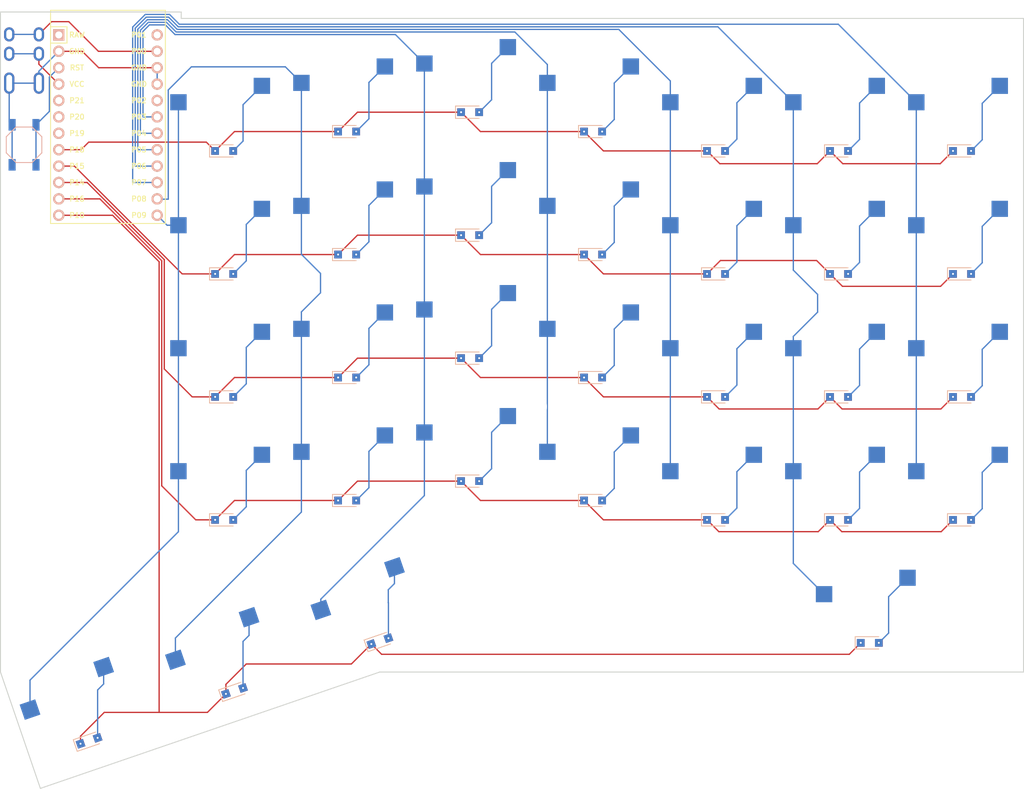
<source format=kicad_pcb>
(kicad_pcb (version 20240108) (generator "pcbnew") (generator_version "8.0")
  (title_block (title "right") (date "2024-06-05") (rev "v1.0.0") (company "Unknown"))
  (layers (0 "F.Cu" signal) (31 "B.Cu" signal) (34 "B.Paste" user) (35 "F.Paste" user) (36 "B.SilkS" user "B.Silkscreen") (37 "F.SilkS" user "F.Silkscreen") (38 "B.Mask" user) (39 "F.Mask" user) (44 "Edge.Cuts" user))
  (net 0 "")
  (net 1 "mirror_one_bottom")
  (net 2 "P16")
  (net 3 "mirror_one_home")
  (net 4 "P14")
  (net 5 "mirror_one_top")
  (net 6 "P15")
  (net 7 "mirror_one_number")
  (net 8 "P18")
  (net 9 "mirror_two_bottom")
  (net 10 "mirror_two_home")
  (net 11 "mirror_two_top")
  (net 12 "mirror_two_number")
  (net 13 "mirror_three_bottom")
  (net 14 "mirror_three_home")
  (net 15 "mirror_three_top")
  (net 16 "mirror_three_number")
  (net 17 "mirror_four_bottom")
  (net 18 "mirror_four_home")
  (net 19 "mirror_four_top")
  (net 20 "mirror_four_number")
  (net 21 "mirror_five_bottom")
  (net 22 "mirror_five_home")
  (net 23 "mirror_five_top")
  (net 24 "mirror_five_number")
  (net 25 "dash_meta")
  (net 26 "P10")
  (net 27 "dash_bottom")
  (net 28 "dash_home")
  (net 29 "dash_top")
  (net 30 "dash_number")
  (net 31 "equal_bottom")
  (net 32 "equal_home")
  (net 33 "equal_top")
  (net 34 "equal_number")
  (net 35 "mirror_three_meta")
  (net 36 "mirror_four_meta")
  (net 37 "mirror_five_meta")
  (net 38 "P5")
  (net 39 "P4")
  (net 40 "P3")
  (net 41 "P8")
  (net 42 "P9")
  (net 43 "P6")
  (net 44 "P7")
  (net 45 "RAW")
  (net 46 "GND")
  (net 47 "RST")
  (net 48 "VCC")
  (net 49 "P21")
  (net 50 "P20")
  (net 51 "P19")
  (net 52 "P1")
  (net 53 "P0")
  (net 54 "P2")
  (footprint "E73:SW_TACT_ALPS_SKQGABE010" (layer "F.Cu") (at 228.075 119.575 90)
    (property "Reference" "B1" (hide yes))
    (property "Value" "" (hide yes))
  )
  (footprint "Diode_SMD:Nexperia_CFP3_SOD-123W" (layer "F.Cu") (at 297.175 152.625)
    (property "Reference" "D10" (hide yes))
    (property "Value" "Nexperia_CFP3_SOD-123W" (hide yes))
  )
  (footprint "Diode_SMD:Nexperia_CFP3_SOD-123W" (layer "F.Cu") (at 335.275 120.525)
    (property "Reference" "D4" (hide yes))
    (property "Value" "Nexperia_CFP3_SOD-123W" (hide yes))
  )
  (footprint "Diode_SMD:Nexperia_CFP3_SOD-123W" (layer "F.Cu") (at 373.375 177.675)
    (property "Reference" "D26" (hide yes))
    (property "Value" "Nexperia_CFP3_SOD-123W" (hide yes))
  )
  (footprint "MX" (layer "F.Cu") (at 354.325 172.675)
    (property "Reference" "S22" (hide yes))
    (property "Value" "" (hide yes))
  )
  (footprint "Diode_SMD:Nexperia_CFP3_SOD-123W" (layer "F.Cu") (at 297.175 133.575)
    (property "Reference" "D11" (hide yes))
    (property "Value" "Nexperia_CFP3_SOD-123W" (hide yes))
  )
  (footprint "Diode_SMD:Nexperia_CFP3_SOD-123W" (layer "F.Cu") (at 278.125 174.675)
    (property "Reference" "D13" (hide yes))
    (property "Value" "Nexperia_CFP3_SOD-123W" (hide yes))
  )
  (footprint "ceoloide:mounting_hole_npth" (layer "F.Cu") (at 269.225 141.1)
    (property "Reference" "MH1" (hide yes))
    (property "Value" "")
  )
  (footprint "MX" (layer "F.Cu") (at 316.225 150.625)
    (property "Reference" "S6" (hide yes))
    (property "Value" "" (hide yes))
  )
  (footprint "MX" (layer "F.Cu") (at 297.175 128.575)
    (property "Reference" "S11" (hide yes))
    (property "Value" "" (hide yes))
  )
  (footprint "Diode_SMD:Nexperia_CFP3_SOD-123W" (layer "F.Cu") (at 297.175 171.675)
    (property "Reference" "D9" (hide yes))
    (property "Value" "Nexperia_CFP3_SOD-123W" (hide yes))
  )
  (footprint "Diode_SMD:Nexperia_CFP3_SOD-123W" (layer "F.Cu") (at 335.275 177.675)
    (property "Reference" "D1" (hide yes))
    (property "Value" "Nexperia_CFP3_SOD-123W" (hide yes))
  )
  (footprint "MX" (layer "F.Cu") (at 316.225 112.525)
    (property "Reference" "S8" (hide yes))
    (property "Value" "" (hide yes))
  )
  (footprint "MX" (layer "F.Cu") (at 359.0875 191.725)
    (property "Reference" "S21" (hide yes))
    (property "Value" "" (hide yes))
  )
  (footprint "MX" (layer "F.Cu") (at 373.375 134.575)
    (property "Reference" "S28" (hide yes))
    (property "Value" "" (hide yes))
  )
  (footprint "MX" (layer "F.Cu") (at 278.125 131.575)
    (property "Reference" "S15" (hide yes))
    (property "Value" "" (hide yes))
  )
  (footprint "MX" (layer "F.Cu") (at 259.075 153.625)
    (property "Reference" "S18" (hide yes))
    (property "Value" "" (hide yes))
  )
  (footprint "Diode_SMD:Nexperia_CFP3_SOD-123W" (layer "F.Cu") (at 278.125 136.575)
    (property "Reference" "D15" (hide yes))
    (property "Value" "Nexperia_CFP3_SOD-123W" (hide yes))
  )
  (footprint "MX" (layer "F.Cu") (at 335.275 134.575)
    (property "Reference" "S3" (hide yes))
    (property "Value" "" (hide yes))
  )
  (footprint "MX" (layer "F.Cu") (at 259.04971 199.448113 18.925)
    (property "Reference" "S31" (hide yes))
    (property "Value" "" (hide yes))
  )
  (footprint "MX" (layer "F.Cu") (at 316.225 131.575)
    (property "Reference" "S7" (hide yes))
    (property "Value" "" (hide yes))
  )
  (footprint "Diode_SMD:Nexperia_CFP3_SOD-123W" (layer "F.Cu") (at 359.0875 196.725)
    (property "Reference" "D21" (hide yes))
    (property "Value" "Nexperia_CFP3_SOD-123W" (hide yes))
  )
  (footprint "MX" (layer "F.Cu") (at 373.375 153.625)
    (property "Reference" "S27" (hide yes))
    (property "Value" "" (hide yes))
  )
  (footprint "MX" (layer "F.Cu") (at 278.125 112.525)
    (property "Reference" "S16" (hide yes))
    (property "Value" "" (hide yes))
  )
  (footprint "MX" (layer "F.Cu") (at 354.325 153.625)
    (property "Reference" "S23" (hide yes))
    (property "Value" "" (hide yes))
  )
  (footprint "ceoloide:mounting_hole_npth" (layer "F.Cu") (at 307.325 160.15)
    (property "Reference" "MH2" (hide yes))
    (property "Value" "")
  )
  (footprint "Diode_SMD:Nexperia_CFP3_SOD-123W" (layer "F.Cu") (at 278.125 155.625)
    (property "Reference" "D14" (hide yes))
    (property "Value" "Nexperia_CFP3_SOD-123W" (hide yes))
  )
  (footprint "MX" (layer "F.Cu") (at 373.375 115.525)
    (property "Reference" "S29" (hide yes))
    (property "Value" "" (hide yes))
  )
  (footprint "MX" (layer "F.Cu") (at 297.175 147.625)
    (property "Reference" "S10" (hide yes))
    (property "Value" "" (hide yes))
  )
  (footprint "Diode_SMD:Nexperia_CFP3_SOD-123W" (layer "F.Cu") (at 354.325 139.575)
    (property "Reference" "D24" (hide yes))
    (property "Value" "Nexperia_CFP3_SOD-123W" (hide yes))
  )
  (footprint "Diode_SMD:Nexperia_CFP3_SOD-123W" (layer "F.Cu") (at 316.225 155.625)
    (property "Reference" "D6" (hide yes))
    (property "Value" "Nexperia_CFP3_SOD-123W" (hide yes))
  )
  (footprint "Diode_SMD:Nexperia_CFP3_SOD-123W" (layer "F.Cu") (at 354.325 158.625)
    (property "Reference" "D23" (hide yes))
    (property "Value" "Nexperia_CFP3_SOD-123W" (hide yes))
  )
  (footprint "MX" (layer "F.Cu") (at 259.075 115.525)
    (property "Reference" "S20" (hide yes))
    (property "Value" "" (hide yes))
  )
  (footprint "MX" (layer "F.Cu") (at 335.275 153.625)
    (property "Reference" "S2" (hide yes))
    (property "Value" "" (hide yes))
  )
  (footprint "Diode_SMD:Nexperia_CFP3_SOD-123W" (layer "F.Cu") (at 297.175 114.525)
    (property "Reference" "D12" (hide yes))
    (property "Value" "Nexperia_CFP3_SOD-123W" (hide yes))
  )
  (footprint "MX" (layer "F.Cu") (at 281.575 191.725 18.925)
    (property "Reference" "S30" (hide yes))
    (property "Value" "" (hide yes))
  )
  (footprint "MX" (layer "F.Cu") (at 259.075 172.675)
    (property "Reference" "S17" (hide yes))
    (property "Value" "" (hide yes))
  )
  (footprint "MX" (layer "F.Cu") (at 335.275 172.675)
    (property "Reference" "S1" (hide yes))
    (property "Value" "" (hide yes))
  )
  (footprint "MX" (layer "F.Cu") (at 278.125 169.675)
    (property "Reference" "S13" (hide yes))
    (property "Value" "" (hide yes))
  )
  (footprint "Diode_SMD:Nexperia_CFP3_SOD-123W" (layer "F.Cu") (at 259.075 158.625)
    (property "Reference" "D18" (hide yes))
    (property "Value" "Nexperia_CFP3_SOD-123W" (hide yes))
  )
  (footprint "MX" (layer "F.Cu") (at 335.275 115.525)
    (property "Reference" "S4" (hide yes))
    (property "Value" "" (hide yes))
  )
  (footprint "Diode_SMD:Nexperia_CFP3_SOD-123W" (layer "F.Cu") (at 278.125 117.525)
    (property "Reference" "D16" (hide yes))
    (property "Value" "Nexperia_CFP3_SOD-123W" (hide yes))
  )
  (footprint "Diode_SMD:Nexperia_CFP3_SOD-123W" (layer "F.Cu") (at 354.325 120.525)
    (property "Reference" "D25" (hide yes))
    (property "Value" "Nexperia_CFP3_SOD-123W" (hide yes))
  )
  (footprint "Diode_SMD:Nexperia_CFP3_SOD-123W" (layer "F.Cu") (at 316.225 136.575)
    (property "Reference" "D7" (hide yes))
    (property "Value" "Nexperia_CFP3_SOD-123W" (hide yes))
  )
  (footprint "Diode_SMD:Nexperia_CFP3_SOD-123W" (layer "F.Cu") (at 260.671361 204.177833 18.925)
    (property "Reference" "D31" (hide yes))
    (property "Value" "Nexperia_CFP3_SOD-123W" (hide yes))
  )
  (footprint "Diode_SMD:Nexperia_CFP3_SOD-123W" (layer "F.Cu") (at 316.225 117.525)
    (property "Reference" "D8" (hide yes))
    (property "Value" "Nexperia_CFP3_SOD-123W" (hide yes))
  )
  (footprint "Diode_SMD:Nexperia_CFP3_SOD-123W" (layer "F.Cu") (at 373.375 120.525)
    (property "Reference" "D29" (hide yes))
    (property "Value" "Nexperia_CFP3_SOD-123W" (hide yes))
  )
  (footprint "Diode_SMD:Nexperia_CFP3_SOD-123W" (layer "F.Cu") (at 259.075 177.675)
    (property "Reference" "D17" (hide yes))
    (property "Value" "Nexperia_CFP3_SOD-123W" (hide yes))
  )
  (footprint "MX" (layer "F.Cu") (at 373.375 172.675)
    (property "Reference" "S26" (hide yes))
    (property "Value" "" (hide yes))
  )
  (footprint "Diode_SMD:Nexperia_CFP3_SOD-123W" (layer "F.Cu") (at 335.275 158.625)
    (property "Reference" "D2" (hide yes))
    (property "Value" "Nexperia_CFP3_SOD-123W" (hide yes))
  )
  (footprint "Diode_SMD:Nexperia_CFP3_SOD-123W" (layer "F.Cu") (at 238.146071 211.900945 18.925)
    (property "Reference" "D32" (hide yes))
    (property "Value" "Nexperia_CFP3_SOD-123W" (hide yes))
  )
  (footprint "MX" (layer "F.Cu") (at 236.52442 207.171226 18.925)
    (property "Reference" "S32" (hide yes))
    (property "Value" "" (hide yes))
  )
  (footprint "Diode_SMD:Nexperia_CFP3_SOD-123W" (layer "F.Cu") (at 259.075 120.525)
    (property "Reference" "D20" (hide yes))
    (property "Value" "Nexperia_CFP3_SOD-123W" (hide yes))
  )
  (footprint "MX" (layer "F.Cu") (at 354.325 134.575)
    (property "Reference" "S24" (hide yes))
    (property "Value" "" (hide yes))
  )
  (footprint "MX" (layer "F.Cu") (at 297.175 166.675)
    (property "Reference" "S9" (hide yes))
    (property "Value" "" (hide yes))
  )
  (footprint "MX" (layer "F.Cu") (at 354.325 115.525)
    (property "Reference" "S25" (hide yes))
    (property "Value" "" (hide yes))
  )
  (footprint "ceoloide:mounting_hole_npth" (layer "F.Cu") (at 344.775 144.1)
    (property "Reference" "MH3" (hide yes))
    (property "Value" "")
  )
  (footprint "ProMicro" (layer "F.Cu") (at 241.075 116.525 -90)
    (property "Reference" "MCU1" (hide yes))
    (property "Value" "" (hide yes))
  )
  (footprint "Diode_SMD:Nexperia_CFP3_SOD-123W" (layer "F.Cu") (at 283.196651 196.45472 18.925)
    (property "Reference" "D30" (hide yes))
    (property "Value" "Nexperia_CFP3_SOD-123W" (hide yes))
  )
  (footprint "MX" (layer "F.Cu") (at 278.125 150.625)
    (property "Reference" "S14" (hide yes))
    (property "Value" "" (hide yes))
  )
  (footprint "MX" (layer "F.Cu") (at 259.075 134.575)
    (property "Reference" "S19" (hide yes))
    (property "Value" "" (hide yes))
  )
  (footprint "Diode_SMD:Nexperia_CFP3_SOD-123W" (layer "F.Cu") (at 259.075 139.575)
    (property "Reference" "D19" (hide yes))
    (property "Value" "Nexperia_CFP3_SOD-123W" (hide yes))
  )
  (footprint "Diode_SMD:Nexperia_CFP3_SOD-123W" (layer "F.Cu") (at 316.225 174.675)
    (property "Reference" "D5" (hide yes))
    (property "Value" "Nexperia_CFP3_SOD-123W" (hide yes))
  )
  (footprint "Diode_SMD:Nexperia_CFP3_SOD-123W" (layer "F.Cu") (at 335.275 139.575)
    (property "Reference" "D3" (hide yes))
    (property "Value" "Nexperia_CFP3_SOD-123W" (hide yes))
  )
  (footprint "Diode_SMD:Nexperia_CFP3_SOD-123W" (layer "F.Cu") (at 373.375 139.575)
    (property "Reference" "D28" (hide yes))
    (property "Value" "Nexperia_CFP3_SOD-123W" (hide yes))
  )
  (footprint "Diode_SMD:Nexperia_CFP3_SOD-123W" (layer "F.Cu") (at 354.325 177.675)
    (property "Reference" "D22" (hide yes))
    (property "Value" "Nexperia_CFP3_SOD-123W" (hide yes))
  )
  (footprint "Diode_SMD:Nexperia_CFP3_SOD-123W" (layer "F.Cu") (at 373.375 158.625)
    (property "Reference" "D27" (hide yes))
    (property "Value" "Nexperia_CFP3_SOD-123W" (hide yes))
  )
  (footprint "MX" (layer "F.Cu") (at 316.225 169.675)
    (property "Reference" "S5" (hide yes))
    (property "Value" "" (hide yes))
  )
  (footprint "MX" (layer "F.Cu") (at 297.175 109.525)
    (property "Reference" "S12" (hide yes))
    (property "Value" "" (hide yes))
  )
  (footprint "ceoloide:trrs_pj320a (reversible, symmetric)" (layer "B.Cu") (at 228.075 99.275)
    (property "Reference" "TRRS1" (hide yes))
    (property "Value" "")
  )
  (gr_line (start 283.162531 201.25) (end 382.9 201.25) (stroke (width 0.15)) (layer "Edge.Cuts"))
  (gr_line (start 230.603549 219.270587) (end 248.623781 213.092097) (stroke (width 0.15)) (layer "Edge.Cuts"))
  (gr_line (start 252.425 99) (end 252.425 100) (stroke (width 0.15)) (layer "Edge.Cuts"))
  (gr_line (start 382.9 201.25) (end 382.9 100) (stroke (width 0.15)) (layer "Edge.Cuts"))
  (gr_line (start 252.425 100) (end 382.9 100) (stroke (width 0.15)) (layer "Edge.Cuts"))
  (gr_line (start 224.425059 201.250355) (end 224.426094 201.25) (stroke (width 0.15)) (layer "Edge.Cuts"))
  (gr_line (start 224.425059 201.250355) (end 230.603549 219.270587) (stroke (width 0.15)) (layer "Edge.Cuts"))
  (gr_line (start 224.426094 201.25) (end 224.425 201.25) (stroke (width 0.15)) (layer "Edge.Cuts"))
  (gr_line (start 248.623781 213.092096) (end 283.162531 201.25) (stroke (width 0.15)) (layer "Edge.Cuts"))
  (gr_line (start 224.425 201.25) (end 224.425 99) (stroke (width 0.15)) (layer "Edge.Cuts"))
  (gr_line (start 224.425 99) (end 252.425 99) (stroke (width 0.15)) (layer "Edge.Cuts"))
  (segment (start 341.117 167.595) (end 338.5 170.212) (width 0.2) (layer "B.Cu") (net 1))
  (segment (start 338.5 175.85) (end 336.675 177.675) (width 0.2) (layer "B.Cu") (net 1))
  (segment (start 338.5 170.212) (end 338.5 175.85) (width 0.2) (layer "B.Cu") (net 1))
  (segment (start 370.15 179.5) (end 371.975 177.675) (width 0.2) (layer "F.Cu") (net 2))
  (segment (start 317.825 177.675) (end 333.875 177.675) (width 0.2) (layer "F.Cu") (net 2))
  (segment (start 249.4 137.531372) (end 239.823628 127.955) (width 0.2) (layer "F.Cu") (net 2))
  (segment (start 276.725 174.675) (end 279.725 171.675) (width 0.2) (layer "F.Cu") (net 2))
  (segment (start 254.675 177.675) (end 249.4 172.4) (width 0.2) (layer "F.Cu") (net 2))
  (segment (start 257.675 177.675) (end 254.675 177.675) (width 0.2) (layer "F.Cu") (net 2))
  (segment (start 354.75 179.5) (end 370.15 179.5) (width 0.2) (layer "F.Cu") (net 2))
  (segment (start 249.4 172.4) (end 249.4 137.531372) (width 0.2) (layer "F.Cu") (net 2))
  (segment (start 295.775 171.675) (end 298.775 174.675) (width 0.2) (layer "F.Cu") (net 2))
  (segment (start 279.725 171.675) (end 295.775 171.675) (width 0.2) (layer "F.Cu") (net 2))
  (segment (start 260.675 174.675) (end 276.725 174.675) (width 0.2) (layer "F.Cu") (net 2))
  (segment (start 351.1 179.5) (end 352.925 177.675) (width 0.2) (layer "F.Cu") (net 2))
  (segment (start 335.7 179.5) (end 351.1 179.5) (width 0.2) (layer "F.Cu") (net 2))
  (segment (start 314.825 174.675) (end 317.825 177.675) (width 0.2) (layer "F.Cu") (net 2))
  (segment (start 257.675 177.675) (end 260.675 174.675) (width 0.2) (layer "F.Cu") (net 2))
  (segment (start 333.875 177.675) (end 335.7 179.5) (width 0.2) (layer "F.Cu") (net 2))
  (segment (start 298.775 174.675) (end 314.825 174.675) (width 0.2) (layer "F.Cu") (net 2))
  (segment (start 239.823628 127.955) (end 233.455 127.955) (width 0.2) (layer "F.Cu") (net 2))
  (segment (start 352.925 177.675) (end 354.75 179.5) (width 0.2) (layer "F.Cu") (net 2))
  (segment (start 341.117 148.545) (end 338.5 151.162) (width 0.2) (layer "B.Cu") (net 3))
  (segment (start 338.5 156.8) (end 336.675 158.625) (width 0.2) (layer "B.Cu") (net 3))
  (segment (start 338.5 151.162) (end 338.5 156.8) (width 0.2) (layer "B.Cu") (net 3))
  (segment (start 254.125 158.625) (end 249.8 154.3) (width 0.2) (layer "F.Cu") (net 4))
  (segment (start 351.05 160.5) (end 352.925 158.625) (width 0.2) (layer "F.Cu") (net 4))
  (segment (start 249.8 154.3) (end 249.8 137.365686) (width 0.2) (layer "F.Cu") (net 4))
  (segment (start 298.775 155.625) (end 314.825 155.625) (width 0.2) (layer "F.Cu") (net 4))
  (segment (start 352.925 158.625) (end 354.8 160.5) (width 0.2) (layer "F.Cu") (net 4))
  (segment (start 295.775 152.625) (end 298.775 155.625) (width 0.2) (layer "F.Cu") (net 4))
  (segment (start 354.8 160.5) (end 370.1 160.5) (width 0.2) (layer "F.Cu") (net 4))
  (segment (start 333.875 158.625) (end 335.75 160.5) (width 0.2) (layer "F.Cu") (net 4))
  (segment (start 317.825 158.625) (end 333.875 158.625) (width 0.2) (layer "F.Cu") (net 4))
  (segment (start 370.1 160.5) (end 371.975 158.625) (width 0.2) (layer "F.Cu") (net 4))
  (segment (start 237.849314 125.415) (end 233.455 125.415) (width 0.2) (layer "F.Cu") (net 4))
  (segment (start 276.725 155.625) (end 279.725 152.625) (width 0.2) (layer "F.Cu") (net 4))
  (segment (start 249.8 137.365686) (end 237.849314 125.415) (width 0.2) (layer "F.Cu") (net 4))
  (segment (start 257.675 158.625) (end 260.675 155.625) (width 0.2) (layer "F.Cu") (net 4))
  (segment (start 257.675 158.625) (end 254.125 158.625) (width 0.2) (layer "F.Cu") (net 4))
  (segment (start 279.725 152.625) (end 295.775 152.625) (width 0.2) (layer "F.Cu") (net 4))
  (segment (start 260.675 155.625) (end 276.725 155.625) (width 0.2) (layer "F.Cu") (net 4))
  (segment (start 335.75 160.5) (end 351.05 160.5) (width 0.2) (layer "F.Cu") (net 4))
  (segment (start 314.825 155.625) (end 317.825 158.625) (width 0.2) (layer "F.Cu") (net 4))
  (segment (start 338.5 137.75) (end 336.675 139.575) (width 0.2) (layer "B.Cu") (net 5))
  (segment (start 338.5 132.112) (end 338.5 137.75) (width 0.2) (layer "B.Cu") (net 5))
  (segment (start 341.117 129.495) (end 338.5 132.112) (width 0.2) (layer "B.Cu") (net 5))
  (segment (start 252.575 139.575) (end 235.875 122.875) (width 0.2) (layer "F.Cu") (net 6))
  (segment (start 333.875 139.575) (end 335.95 137.5) (width 0.2) (layer "F.Cu") (net 6))
  (segment (start 350.85 137.5) (end 352.925 139.575) (width 0.2) (layer "F.Cu") (net 6))
  (segment (start 317.825 139.575) (end 333.875 139.575) (width 0.2) (layer "F.Cu") (net 6))
  (segment (start 354.85 141.5) (end 370.05 141.5) (width 0.2) (layer "F.Cu") (net 6))
  (segment (start 276.725 136.575) (end 279.725 133.575) (width 0.2) (layer "F.Cu") (net 6))
  (segment (start 279.725 133.575) (end 295.775 133.575) (width 0.2) (layer "F.Cu") (net 6))
  (segment (start 257.675 139.575) (end 252.575 139.575) (width 0.2) (layer "F.Cu") (net 6))
  (segment (start 352.925 139.575) (end 354.85 141.5) (width 0.2) (layer "F.Cu") (net 6))
  (segment (start 298.775 136.575) (end 314.825 136.575) (width 0.2) (layer "F.Cu") (net 6))
  (segment (start 314.825 136.575) (end 317.825 139.575) (width 0.2) (layer "F.Cu") (net 6))
  (segment (start 235.875 122.875) (end 233.455 122.875) (width 0.2) (layer "F.Cu") (net 6))
  (segment (start 260.675 136.575) (end 276.725 136.575) (width 0.2) (layer "F.Cu") (net 6))
  (segment (start 295.775 133.575) (end 298.775 136.575) (width 0.2) (layer "F.Cu") (net 6))
  (segment (start 335.95 137.5) (end 350.85 137.5) (width 0.2) (layer "F.Cu") (net 6))
  (segment (start 370.05 141.5) (end 371.975 139.575) (width 0.2) (layer "F.Cu") (net 6))
  (segment (start 257.675 139.575) (end 260.675 136.575) (width 0.2) (layer "F.Cu") (net 6))
  (segment (start 338.5 118.7) (end 336.675 120.525) (width 0.2) (layer "B.Cu") (net 7))
  (segment (start 338.5 113.062) (end 338.5 118.7) (width 0.2) (layer "B.Cu") (net 7))
  (segment (start 341.117 110.445) (end 338.5 113.062) (width 0.2) (layer "B.Cu") (net 7))
  (segment (start 335.85 122.5) (end 350.95 122.5) (width 0.2) (layer "F.Cu") (net 8))
  (segment (start 260.675 117.525) (end 276.725 117.525) (width 0.2) (layer "F.Cu") (net 8))
  (segment (start 236.915 120.335) (end 233.455 120.335) (width 0.2) (layer "F.Cu") (net 8))
  (segment (start 352.925 120.525) (end 354.9 122.5) (width 0.2) (layer "F.Cu") (net 8))
  (segment (start 350.95 122.5) (end 352.925 120.525) (width 0.2) (layer "F.Cu") (net 8))
  (segment (start 257.675 120.525) (end 260.675 117.525) (width 0.2) (layer "F.Cu") (net 8))
  (segment (start 317.825 120.525) (end 333.875 120.525) (width 0.2) (layer "F.Cu") (net 8))
  (segment (start 295.775 114.525) (end 298.775 117.525) (width 0.2) (layer "F.Cu") (net 8))
  (segment (start 314.825 117.525) (end 317.825 120.525) (width 0.2) (layer "F.Cu") (net 8))
  (segment (start 333.875 120.525) (end 335.85 122.5) (width 0.2) (layer "F.Cu") (net 8))
  (segment (start 238.0913 119.1587) (end 236.915 120.335) (width 0.2) (layer "F.Cu") (net 8))
  (segment (start 279.725 114.525) (end 295.775 114.525) (width 0.2) (layer "F.Cu") (net 8))
  (segment (start 256.3087 119.1587) (end 238.0913 119.1587) (width 0.2) (layer "F.Cu") (net 8))
  (segment (start 354.9 122.5) (end 370 122.5) (width 0.2) (layer "F.Cu") (net 8))
  (segment (start 276.725 117.525) (end 279.725 114.525) (width 0.2) (layer "F.Cu") (net 8))
  (segment (start 298.775 117.525) (end 314.825 117.525) (width 0.2) (layer "F.Cu") (net 8))
  (segment (start 370 122.5) (end 371.975 120.525) (width 0.2) (layer "F.Cu") (net 8))
  (segment (start 257.675 120.525) (end 256.3087 119.1587) (width 0.2) (layer "F.Cu") (net 8))
  (segment (start 319.5 167.162) (end 322.067 164.595) (width 0.2) (layer "B.Cu") (net 9))
  (segment (start 319.5 172.8) (end 319.5 167.162) (width 0.2) (layer "B.Cu") (net 9))
  (segment (start 317.625 174.675) (end 319.5 172.8) (width 0.2) (layer "B.Cu") (net 9))
  (segment (start 319.5 153.75) (end 319.5 148.112) (width 0.2) (layer "B.Cu") (net 10))
  (segment (start 317.625 155.625) (end 319.5 153.75) (width 0.2) (layer "B.Cu") (net 10))
  (segment (start 319.5 148.112) (end 322.067 145.545) (width 0.2) (layer "B.Cu") (net 10))
  (segment (start 319.5 129.062) (end 322.067 126.495) (width 0.2) (layer "B.Cu") (net 11))
  (segment (start 317.625 136.575) (end 319.5 134.7) (width 0.2) (layer "B.Cu") (net 11))
  (segment (start 319.5 134.7) (end 319.5 129.062) (width 0.2) (layer "B.Cu") (net 11))
  (segment (start 319.5 115.65) (end 319.5 110.012) (width 0.2) (layer "B.Cu") (net 12))
  (segment (start 319.5 110.012) (end 322.067 107.445) (width 0.2) (layer "B.Cu") (net 12))
  (segment (start 317.625 117.525) (end 319.5 115.65) (width 0.2) (layer "B.Cu") (net 12))
  (segment (start 298.575 171.675) (end 300.5 169.75) (width 0.2) (layer "B.Cu") (net 13))
  (segment (start 300.5 164.112) (end 303.017 161.595) (width 0.2) (layer "B.Cu") (net 13))
  (segment (start 300.5 169.75) (end 300.5 164.112) (width 0.2) (layer "B.Cu") (net 13))
  (segment (start 300.5 145.062) (end 303.017 142.545) (width 0.2) (layer "B.Cu") (net 14))
  (segment (start 298.575 152.625) (end 300.5 150.7) (width 0.2) (layer "B.Cu") (net 14))
  (segment (start 300.5 150.7) (end 300.5 145.062) (width 0.2) (layer "B.Cu") (net 14))
  (segment (start 298.575 133.575) (end 300.5 131.65) (width 0.2) (layer "B.Cu") (net 15))
  (segment (start 300.5 131.65) (end 300.5 126.012) (width 0.2) (layer "B.Cu") (net 15))
  (segment (start 300.5 126.012) (end 303.017 123.495) (width 0.2) (layer "B.Cu") (net 15))
  (segment (start 300.5 112.6) (end 298.575 114.525) (width 0.2) (layer "B.Cu") (net 16))
  (segment (start 300.5 106.962) (end 300.5 112.6) (width 0.2) (layer "B.Cu") (net 16))
  (segment (start 303.017 104.445) (end 300.5 106.962) (width 0.2) (layer "B.Cu") (net 16))
  (segment (start 281.5 172.7) (end 281.5 167.062) (width 0.2) (layer "B.Cu") (net 17))
  (segment (start 279.525 174.675) (end 281.5 172.7) (width 0.2) (layer "B.Cu") (net 17))
  (segment (start 281.5 167.062) (end 283.967 164.595) (width 0.2) (layer "B.Cu") (net 17))
  (segment (start 281.5 148.012) (end 283.967 145.545) (width 0.2) (layer "B.Cu") (net 18))
  (segment (start 281.5 153.65) (end 281.5 148.012) (width 0.2) (layer "B.Cu") (net 18))
  (segment (start 279.525 155.625) (end 281.5 153.65) (width 0.2) (layer "B.Cu") (net 18))
  (segment (start 281.5 134.6) (end 281.5 128.962) (width 0.2) (layer "B.Cu") (net 19))
  (segment (start 279.525 136.575) (end 281.5 134.6) (width 0.2) (layer "B.Cu") (net 19))
  (segment (start 281.5 128.962) (end 283.967 126.495) (width 0.2) (layer "B.Cu") (net 19))
  (segment (start 279.525 117.525) (end 281.5 115.55) (width 0.2) (layer "B.Cu") (net 20))
  (segment (start 281.5 115.55) (end 281.5 109.912) (width 0.2) (layer "B.Cu") (net 20))
  (segment (start 281.5 109.912) (end 283.967 107.445) (width 0.2) (layer "B.Cu") (net 20))
  (segment (start 262.5 175.65) (end 262.5 170.012) (width 0.2) (layer "B.Cu") (net 21))
  (segment (start 260.475 177.675) (end 262.5 175.65) (width 0.2) (layer "B.Cu") (net 21))
  (segment (start 262.5 170.012) (end 264.917 167.595) (width 0.2) (layer "B.Cu") (net 21))
  (segment (start 262.5 150.962) (end 264.917 148.545) (width 0.2) (layer "B.Cu") (net 22))
  (segment (start 260.475 158.625) (end 262.5 156.6) (width 0.2) (layer "B.Cu") (net 22))
  (segment (start 262.5 156.6) (end 262.5 150.962) (width 0.2) (layer "B.Cu") (net 22))
  (segment (start 260.475 139.575) (end 262.5 137.55) (width 0.2) (layer "B.Cu") (net 23))
  (segment (start 262.5 137.55) (end 262.5 131.912) (width 0.2) (layer "B.Cu") (net 23))
  (segment (start 262.5 131.912) (end 264.917 129.495) (width 0.2) (layer "B.Cu") (net 23))
  (segment (start 262 119) (end 262 113.362) (width 0.2) (layer "B.Cu") (net 24))
  (segment (start 260.475 120.525) (end 262 119) (width 0.2) (layer "B.Cu") (net 24))
  (segment (start 262 113.362) (end 264.917 110.445) (width 0.2) (layer "B.Cu") (net 24))
  (segment (start 362 189.5745) (end 364.9295 186.645) (width 0.2) (layer "B.Cu") (net 25))
  (segment (start 362 195.2125) (end 362 189.5745) (width 0.2) (layer "B.Cu") (net 25))
  (segment (start 360.4875 196.725) (end 362 195.2125) (width 0.2) (layer "B.Cu") (net 25))
  (segment (start 283.463547 198.5) (end 355.9125 198.5) (width 0.2) (layer "F.Cu") (net 26))
  (segment (start 240.5 207.5) (end 249 207.5) (width 0.2) (layer "F.Cu") (net 26))
  (segment (start 249 207.5) (end 256.478934 207.5) (width 0.2) (layer "F.Cu") (net 26))
  (segment (start 281.872329 196.908782) (end 283.463547 198.5) (width 0.2) (layer "F.Cu") (net 26))
  (segment (start 259.347039 204.631895) (end 259.347039 203.152961) (width 0.2) (layer "F.Cu") (net 26))
  (segment (start 262.5 200) (end 278.781111 200) (width 0.2) (layer "F.Cu") (net 26))
  (segment (start 233.455 130.495) (end 241.797942 130.495) (width 0.2) (layer "F.Cu") (net 26))
  (segment (start 241.797942 130.495) (end 249 137.697058) (width 0.2) (layer "F.Cu") (net 26))
  (segment (start 236.821749 211.178251) (end 240.5 207.5) (width 0.2) (layer "F.Cu") (net 26))
  (segment (start 236.821749 212.355007) (end 236.821749 211.178251) (width 0.2) (layer "F.Cu") (net 26))
  (segment (start 278.781111 200) (end 281.872329 196.908782) (width 0.2) (layer "F.Cu") (net 26))
  (segment (start 256.478934 207.5) (end 259.347039 204.631895) (width 0.2) (layer "F.Cu") (net 26))
  (segment (start 259.347039 203.152961) (end 262.5 200) (width 0.2) (layer "F.Cu") (net 26))
  (segment (start 355.9125 198.5) (end 357.6875 196.725) (width 0.2) (layer "F.Cu") (net 26))
  (segment (start 249 137.697058) (end 249 207.5) (width 0.2) (layer "F.Cu") (net 26))
  (segment (start 357.5 175.9) (end 357.5 170.262) (width 0.2) (layer "B.Cu") (net 27))
  (segment (start 357.5 170.262) (end 360.167 167.595) (width 0.2) (layer "B.Cu") (net 27))
  (segment (start 355.725 177.675) (end 357.5 175.9) (width 0.2) (layer "B.Cu") (net 27))
  (segment (start 357.5 151.212) (end 360.167 148.545) (width 0.2) (layer "B.Cu") (net 28))
  (segment (start 355.725 158.625) (end 357.5 156.85) (width 0.2) (layer "B.Cu") (net 28))
  (segment (start 357.5 156.85) (end 357.5 151.212) (width 0.2) (layer "B.Cu") (net 28))
  (segment (start 355.725 139.575) (end 357.5 137.8) (width 0.2) (layer "B.Cu") (net 29))
  (segment (start 357.5 132.162) (end 360.167 129.495) (width 0.2) (layer "B.Cu") (net 29))
  (segment (start 357.5 137.8) (end 357.5 132.162) (width 0.2) (layer "B.Cu") (net 29))
  (segment (start 355.725 120.525) (end 357.5 118.75) (width 0.2) (layer "B.Cu") (net 30))
  (segment (start 357.5 118.75) (end 357.5 113.112) (width 0.2) (layer "B.Cu") (net 30))
  (segment (start 357.5 113.112) (end 360.167 110.445) (width 0.2) (layer "B.Cu") (net 30))
  (segment (start 376.5 175.95) (end 376.5 170.312) (width 0.2) (layer "B.Cu") (net 31))
  (segment (start 374.775 177.675) (end 376.5 175.95) (width 0.2) (layer "B.Cu") (net 31))
  (segment (start 376.5 170.312) (end 379.217 167.595) (width 0.2) (layer "B.Cu") (net 31))
  (segment (start 374.775 158.625) (end 376.5 156.9) (width 0.2) (layer "B.Cu") (net 32))
  (segment (start 376.5 151.262) (end 379.217 148.545) (width 0.2) (layer "B.Cu") (net 32))
  (segment (start 376.5 156.9) (end 376.5 151.262) (width 0.2) (layer "B.Cu") (net 32))
  (segment (start 376.5 132.212) (end 379.217 129.495) (width 0.2) (layer "B.Cu") (net 33))
  (segment (start 374.775 139.575) (end 376.5 137.85) (width 0.2) (layer "B.Cu") (net 33))
  (segment (start 376.5 137.85) (end 376.5 132.212) (width 0.2) (layer "B.Cu") (net 33))
  (segment (start 374.775 120.525) (end 376.5 118.8) (width 0.2) (layer "B.Cu") (net 34))
  (segment (start 376.5 113.162) (end 379.217 110.445) (width 0.2) (layer "B.Cu") (net 34))
  (segment (start 376.5 118.8) (end 376.5 113.162) (width 0.2) (layer "B.Cu") (net 34))
  (segment (start 284.520973 196.000658) (end 284.520973 190.520973) (width 0.2) (layer "B.Cu") (net 35))
  (segment (start 284.5 190.5) (end 284.5 188.5) (width 0.2) (layer "B.Cu") (net 35))
  (segment (start 285.453607 187.546393) (end 285.453607 185.024868) (width 0.2) (layer "B.Cu") (net 35))
  (segment (start 284.520973 190.520973) (end 284.5 190.5) (width 0.2) (layer "B.Cu") (net 35))
  (segment (start 284.5 188.5) (end 285.453607 187.546393) (width 0.2) (layer "B.Cu") (net 35))
  (segment (start 261.995683 203.723771) (end 261.995683 196.504317) (width 0.2) (layer "B.Cu") (net 36))
  (segment (start 262.928317 195.571683) (end 262.928317 192.747981) (width 0.2) (layer "B.Cu") (net 36))
  (segment (start 261.995683 196.504317) (end 262.928317 195.571683) (width 0.2) (layer "B.Cu") (net 36))
  (segment (start 239.470393 211.446883) (end 239.470393 204.029607) (width 0.2) (layer "B.Cu") (net 37))
  (segment (start 240.403027 203.096973) (end 240.403027 200.471094) (width 0.2) (layer "B.Cu") (net 37))
  (segment (start 239.470393 204.029607) (end 240.403027 203.096973) (width 0.2) (layer "B.Cu") (net 37))
  (segment (start 328.19 109.69) (end 320.2 101.7) (width 0.2) (layer "B.Cu") (net 38))
  (segment (start 245.7 101.668629) (end 245.7 120.335) (width 0.2) (layer "B.Cu") (net 38))
  (segment (start 250.298529 100.2) (end 247.168628 100.200001) (width 0.2) (layer "B.Cu") (net 38))
  (segment (start 328.19 132.035) (end 328.19 151.085) (width 0.2) (layer "B.Cu") (net 38))
  (segment (start 320.2 101.7) (end 251.798529 101.7) (width 0.2) (layer "B.Cu") (net 38))
  (segment (start 247.168628 100.200001) (end 245.7 101.668629) (width 0.2) (layer "B.Cu") (net 38))
  (segment (start 328.19 112.985) (end 328.19 109.69) (width 0.2) (layer "B.Cu") (net 38))
  (segment (start 245.7 120.335) (end 248.695 120.335) (width 0.2) (layer "B.Cu") (net 38))
  (segment (start 328.19 151.085) (end 328.19 170.135) (width 0.2) (layer "B.Cu") (net 38))
  (segment (start 251.798529 101.7) (end 250.298529 100.2) (width 0.2) (layer "B.Cu") (net 38))
  (segment (start 328.19 112.985) (end 328.19 132.035) (width 0.2) (layer "B.Cu") (net 38))
  (segment (start 250.132843 100.6) (end 247.334314 100.6) (width 0.2) (layer "B.Cu") (net 39))
  (segment (start 251.632843 102.1) (end 250.132843 100.6) (width 0.2) (layer "B.Cu") (net 39))
  (segment (start 246.1 101.834314) (end 246.1 117.795) (width 0.2) (layer "B.Cu") (net 39))
  (segment (start 309.14 167.135) (end 309.14 148.085) (width 0.2) (layer "B.Cu") (net 39))
  (segment (start 247.334314 100.6) (end 246.1 101.834314) (width 0.2) (layer "B.Cu") (net 39))
  (segment (start 246.1 117.795) (end 248.695 117.795) (width 0.2) (layer "B.Cu") (net 39))
  (segment (start 309.14 129.035) (end 309.14 109.985) (width 0.2) (layer "B.Cu") (net 39))
  (segment (start 304.1 102.1) (end 251.632843 102.1) (width 0.2) (layer "B.Cu") (net 39))
  (segment (start 309.14 107.14) (end 304.1 102.1) (width 0.2) (layer "B.Cu") (net 39))
  (segment (start 309.14 148.085) (end 309.14 129.035) (width 0.2) (layer "B.Cu") (net 39))
  (segment (start 309.14 109.985) (end 309.14 107.14) (width 0.2) (layer "B.Cu") (net 39))
  (segment (start 290.09 106.985) (end 285.605 102.5) (width 0.2) (layer "B.Cu") (net 40))
  (segment (start 290.09 173.91) (end 290.09 164.135) (width 0.2) (layer "B.Cu") (net 40))
  (segment (start 290.09 106.985) (end 290.09 126.035) (width 0.2) (layer "B.Cu") (net 40))
  (segment (start 251.467157 102.5) (end 249.967157 101) (width 0.2) (layer "B.Cu") (net 40))
  (segment (start 290.09 145.085) (end 290.09 164.135) (width 0.2) (layer "B.Cu") (net 40))
  (segment (start 290.09 126.035) (end 290.09 145.085) (width 0.2) (layer "B.Cu") (net 40))
  (segment (start 246.5 102) (end 246.5 115.255) (width 0.2) (layer "B.Cu") (net 40))
  (segment (start 285.605 102.5) (end 251.467157 102.5) (width 0.2) (layer "B.Cu") (net 40))
  (segment (start 274.049189 191.620182) (end 274.049189 189.950811) (width 0.2) (layer "B.Cu") (net 40))
  (segment (start 247.5 101) (end 246.5 102) (width 0.2) (layer "B.Cu") (net 40))
  (segment (start 249.967157 101) (end 247.5 101) (width 0.2) (layer "B.Cu") (net 40))
  (segment (start 246.5 115.255) (end 248.695 115.255) (width 0.2) (layer "B.Cu") (net 40))
  (segment (start 274.049189 189.950811) (end 290.09 173.91) (width 0.2) (layer "B.Cu") (net 40))
  (segment (start 271.04 176.46) (end 271.04 167.135) (width 0.2) (layer "B.Cu") (net 41))
  (segment (start 271.04 148.085) (end 271.04 167.135) (width 0.2) (layer "B.Cu") (net 41))
  (segment (start 251.523899 195.976101) (end 271.04 176.46) (width 0.2) (layer "B.Cu") (net 41))
  (segment (start 271.04 129.035) (end 271.04 136.54) (width 0.2) (layer "B.Cu") (net 41))
  (segment (start 271.04 109.985) (end 271.04 129.035) (width 0.2) (layer "B.Cu") (net 41))
  (segment (start 274 139.5) (end 274 142.5) (width 0.2) (layer "B.Cu") (net 41))
  (segment (start 271.04 136.54) (end 274 139.5) (width 0.2) (layer "B.Cu") (net 41))
  (segment (start 251.523899 199.343295) (end 251.523899 195.976101) (width 0.2) (layer "B.Cu") (net 41))
  (segment (start 271.04 109.985) (end 268.555 107.5) (width 0.2) (layer "B.Cu") (net 41))
  (segment (start 271.04 145.46) (end 271.04 148.085) (width 0.2) (layer "B.Cu") (net 41))
  (segment (start 268.555 107.5) (end 254 107.5) (width 0.2) (layer "B.Cu") (net 41))
  (segment (start 250.415 128) (end 248.74 128) (width 0.2) (layer "B.Cu") (net 41))
  (segment (start 254 107.5) (end 250.415 111.085) (width 0.2) (layer "B.Cu") (net 41))
  (segment (start 274 142.5) (end 271.04 145.46) (width 0.2) (layer "B.Cu") (net 41))
  (segment (start 250.415 111.085) (end 250.415 128) (width 0.2) (layer "B.Cu") (net 41))
  (segment (start 251.99 132.035) (end 250.235 132.035) (width 0.2) (layer "B.Cu") (net 42))
  (segment (start 251.99 112.985) (end 251.99 132.035) (width 0.2) (layer "B.Cu") (net 42))
  (segment (start 250.235 132.035) (end 248.695 130.495) (width 0.2) (layer "B.Cu") (net 42))
  (segment (start 251.99 179.51) (end 251.99 170.135) (width 0.2) (layer "B.Cu") (net 42))
  (segment (start 228.998609 207.066408) (end 228.998609 202.501391) (width 0.2) (layer "B.Cu") (net 42))
  (segment (start 251.99 132.035) (end 251.99 151.085) (width 0.2) (layer "B.Cu") (net 42))
  (segment (start 228.998609 202.501391) (end 251.99 179.51) (width 0.2) (layer "B.Cu") (net 42))
  (segment (start 251.99 151.085) (end 251.99 170.135) (width 0.2) (layer "B.Cu") (net 42))
  (segment (start 335.555 101.3) (end 251.964214 101.3) (width 0.2) (layer "B.Cu") (net 43))
  (segment (start 250.464214 99.8) (end 247.002943 99.8) (width 0.2) (layer "B.Cu") (net 43))
  (segment (start 347.24 138.99) (end 347.24 132.035) (width 0.2) (layer "B.Cu") (net 43))
  (segment (start 347.24 170.135) (end 347.24 151.085) (width 0.2) (layer "B.Cu") (net 43))
  (segment (start 347.24 184.4225) (end 347.24 170.135) (width 0.2) (layer "B.Cu") (net 43))
  (segment (start 351 145.5) (end 351 142.75) (width 0.2) (layer "B.Cu") (net 43))
  (segment (start 247.002943 99.8) (end 245.3 101.502943) (width 0.2) (layer "B.Cu") (net 43))
  (segment (start 352.0025 189.185) (end 347.24 184.4225) (width 0.2) (layer "B.Cu") (net 43))
  (segment (start 347.24 112.985) (end 335.555 101.3) (width 0.2) (layer "B.Cu") (net 43))
  (segment (start 245.3 101.502943) (end 245.3 122.875) (width 0.2) (layer "B.Cu") (net 43))
  (segment (start 347.24 151.085) (end 347.24 149.26) (width 0.2) (layer "B.Cu") (net 43))
  (segment (start 351 142.75) (end 347.24 138.99) (width 0.2) (layer "B.Cu") (net 43))
  (segment (start 347.24 149.26) (end 351 145.5) (width 0.2) (layer "B.Cu") (net 43))
  (segment (start 347.24 112.985) (end 347.24 132.035) (width 0.2) (layer "B.Cu") (net 43))
  (segment (start 245.3 122.875) (end 248.695 122.875) (width 0.2) (layer "B.Cu") (net 43))
  (segment (start 251.964214 101.3) (end 250.464214 99.8) (width 0.2) (layer "B.Cu") (net 43))
  (segment (start 250.61495 99.385049) (end 246.852207 99.385049) (width 0.2) (layer "B.Cu") (net 44))
  (segment (start 252.129901 100.9) (end 250.61495 99.385049) (width 0.2) (layer "B.Cu") (net 44))
  (segment (start 244.9 101.337256) (end 244.9 125.415) (width 0.2) (layer "B.Cu") (net 44))
  (segment (start 366.29 132.035) (end 366.29 151.085) (width 0.2) (layer "B.Cu") (net 44))
  (segment (start 354.205 100.9) (end 252.129901 100.9) (width 0.2) (layer "B.Cu") (net 44))
  (segment (start 366.29 151.085) (end 366.29 170.135) (width 0.2) (layer "B.Cu") (net 44))
  (segment (start 366.29 112.985) (end 366.29 132.035) (width 0.2) (layer "B.Cu") (net 44))
  (segment (start 366.29 112.985) (end 354.205 100.9) (width 0.2) (layer "B.Cu") (net 44))
  (segment (start 246.852207 99.385049) (end 244.9 101.337256) (width 0.2) (layer "B.Cu") (net 44))
  (segment (start 244.9 125.415) (end 248.695 125.415) (width 0.2) (layer "B.Cu") (net 44))
  (segment (start 248.695 107.635) (end 239.635 107.635) (width 0.2) (layer "F.Cu") (net 46))
  (segment (start 237.095 105.095) (end 233.455 105.095) (width 0.2) (layer "F.Cu") (net 46))
  (segment (start 239.635 107.635) (end 237.095 105.095) (width 0.2) (layer "F.Cu") (net 46))
  (segment (start 225.775 110.025) (end 230.375 110.025) (width 0.2) (layer "B.Cu") (net 46))
  (segment (start 248.695 110.175) (end 248.695 107.635) (width 0.2) (layer "B.Cu") (net 46))
  (segment (start 230.375 108.175) (end 233.455 105.095) (width 0.2) (layer "B.Cu") (net 46))
  (segment (start 230.375 110.025) (end 230.375 108.175) (width 0.2) (layer "B.Cu") (net 46))
  (segment (start 225.775 116.025) (end 225.775 110.025) (width 0.2) (layer "B.Cu") (net 46))
  (segment (start 226.225 122.675) (end 226.225 116.475) (width 0.2) (layer "B.Cu") (net 46))
  (segment (start 229.925 116.475) (end 232 114.4) (width 0.2) (layer "B.Cu") (net 47))
  (segment (start 229.925 116.475) (end 229.925 122.675) (width 0.2) (layer "B.Cu") (net 47))
  (segment (start 232 114.4) (end 232 109.09) (width 0.2) (layer "B.Cu") (net 47))
  (segment (start 232 109.09) (end 233.455 107.635) (width 0.2) (layer "B.Cu") (net 47))
  (segment (start 230.375 107.095) (end 233.455 110.175) (width 0.2) (layer "F.Cu") (net 48))
  (segment (start 230.375 105.475) (end 230.375 107.095) (width 0.2) (layer "F.Cu") (net 48))
  (segment (start 230.375 105.475) (end 225.775 105.475) (width 0.2) (layer "B.Cu") (net 48))
  (segment (start 235 100.5) (end 239.595 105.095) (width 0.2) (layer "F.Cu") (net 53))
  (segment (start 239.595 105.095) (end 248.695 105.095) (width 0.2) (layer "F.Cu") (net 53))
  (segment (start 230.375 102.475) (end 232.35 100.5) (width 0.2) (layer "F.Cu") (net 53))
  (segment (start 232.35 100.5) (end 235 100.5) (width 0.2) (layer "F.Cu") (net 53))
  (segment (start 230.375 102.475) (end 225.775 102.475) (width 0.2) (layer "B.Cu") (net 53))
)
</source>
